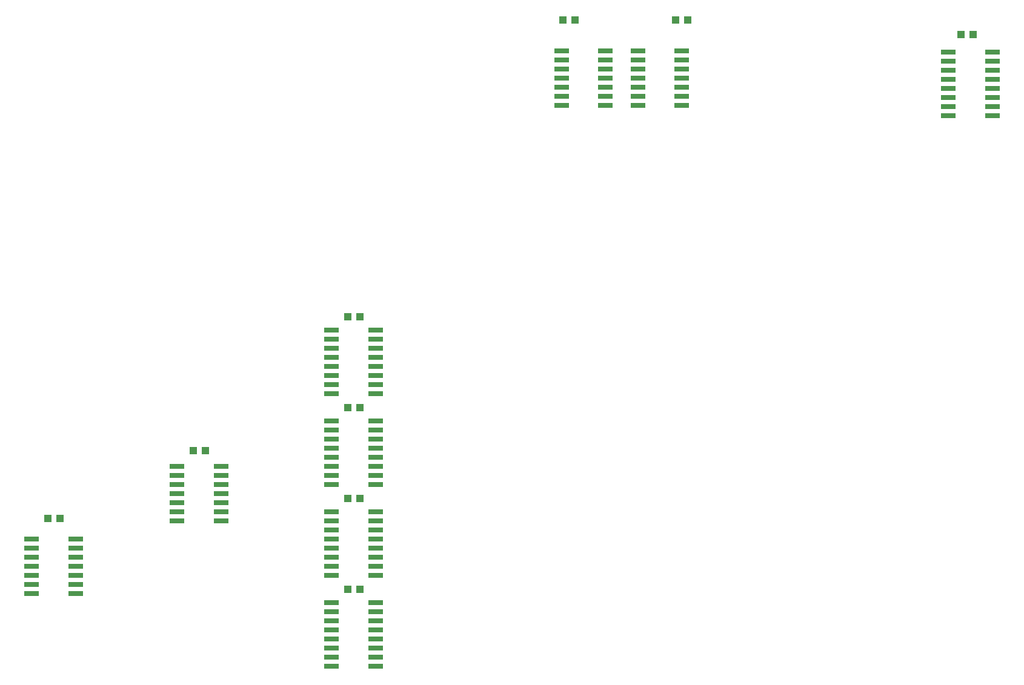
<source format=gtp>
%TF.GenerationSoftware,KiCad,Pcbnew,8.0.3*%
%TF.CreationDate,2024-06-16T17:33:32+02:00*%
%TF.ProjectId,csa_ultrabus_v2,6373615f-756c-4747-9261-6275735f7632,rev?*%
%TF.SameCoordinates,Original*%
%TF.FileFunction,Paste,Top*%
%TF.FilePolarity,Positive*%
%FSLAX46Y46*%
G04 Gerber Fmt 4.6, Leading zero omitted, Abs format (unit mm)*
G04 Created by KiCad (PCBNEW 8.0.3) date 2024-06-16 17:33:32*
%MOMM*%
%LPD*%
G01*
G04 APERTURE LIST*
%ADD10R,2.032000X0.660400*%
%ADD11R,1.100000X1.000000*%
G04 APERTURE END LIST*
D10*
X147689450Y-123372612D03*
X147689450Y-124642612D03*
X147689450Y-125912612D03*
X147689450Y-127182612D03*
X147689450Y-128452612D03*
X147689450Y-129722612D03*
X147689450Y-130992612D03*
X147689450Y-132262612D03*
X153836250Y-132262612D03*
X153836250Y-130992612D03*
X153836250Y-129722612D03*
X153836250Y-128452612D03*
X153836250Y-127182612D03*
X153836250Y-125912612D03*
X153836250Y-124642612D03*
X153836250Y-123372612D03*
X233892725Y-59102625D03*
X233892725Y-60372625D03*
X233892725Y-61642625D03*
X233892725Y-62912625D03*
X233892725Y-64182625D03*
X233892725Y-65452625D03*
X233892725Y-66722625D03*
X233892725Y-67992625D03*
X240039525Y-67992625D03*
X240039525Y-66722625D03*
X240039525Y-65452625D03*
X240039525Y-64182625D03*
X240039525Y-62912625D03*
X240039525Y-61642625D03*
X240039525Y-60372625D03*
X240039525Y-59102625D03*
D11*
X181698000Y-54610000D03*
X179998000Y-54610000D03*
D10*
X147689450Y-110672612D03*
X147689450Y-111942612D03*
X147689450Y-113212612D03*
X147689450Y-114482612D03*
X147689450Y-115752612D03*
X147689450Y-117022612D03*
X147689450Y-118292612D03*
X147689450Y-119562612D03*
X153836250Y-119562612D03*
X153836250Y-118292612D03*
X153836250Y-117022612D03*
X153836250Y-115752612D03*
X153836250Y-114482612D03*
X153836250Y-113212612D03*
X153836250Y-111942612D03*
X153836250Y-110672612D03*
D11*
X151612850Y-121467612D03*
X149912850Y-121467612D03*
X151612850Y-108767612D03*
X149912850Y-108767612D03*
D10*
X126099450Y-117022612D03*
X126099450Y-118292612D03*
X126099450Y-119562612D03*
X126099450Y-120832612D03*
X126099450Y-122102612D03*
X126099450Y-123372612D03*
X126099450Y-124642612D03*
X132246250Y-124642612D03*
X132246250Y-123372612D03*
X132246250Y-122102612D03*
X132246250Y-120832612D03*
X132246250Y-119562612D03*
X132246250Y-118292612D03*
X132246250Y-117022612D03*
X147689450Y-97972612D03*
X147689450Y-99242612D03*
X147689450Y-100512612D03*
X147689450Y-101782612D03*
X147689450Y-103052612D03*
X147689450Y-104322612D03*
X147689450Y-105592612D03*
X147689450Y-106862612D03*
X153836250Y-106862612D03*
X153836250Y-105592612D03*
X153836250Y-104322612D03*
X153836250Y-103052612D03*
X153836250Y-101782612D03*
X153836250Y-100512612D03*
X153836250Y-99242612D03*
X153836250Y-97972612D03*
X190474600Y-58928000D03*
X190474600Y-60198000D03*
X190474600Y-61468000D03*
X190474600Y-62738000D03*
X190474600Y-64008000D03*
X190474600Y-65278000D03*
X190474600Y-66548000D03*
X196621400Y-66548000D03*
X196621400Y-65278000D03*
X196621400Y-64008000D03*
X196621400Y-62738000D03*
X196621400Y-61468000D03*
X196621400Y-60198000D03*
X196621400Y-58928000D03*
D11*
X109702850Y-124325112D03*
X108002850Y-124325112D03*
D10*
X179806600Y-58928000D03*
X179806600Y-60198000D03*
X179806600Y-61468000D03*
X179806600Y-62738000D03*
X179806600Y-64008000D03*
X179806600Y-65278000D03*
X179806600Y-66548000D03*
X185953400Y-66548000D03*
X185953400Y-65278000D03*
X185953400Y-64008000D03*
X185953400Y-62738000D03*
X185953400Y-61468000D03*
X185953400Y-60198000D03*
X185953400Y-58928000D03*
D11*
X197446000Y-54610000D03*
X195746000Y-54610000D03*
D10*
X147689450Y-136072612D03*
X147689450Y-137342612D03*
X147689450Y-138612612D03*
X147689450Y-139882612D03*
X147689450Y-141152612D03*
X147689450Y-142422612D03*
X147689450Y-143692612D03*
X147689450Y-144962612D03*
X153836250Y-144962612D03*
X153836250Y-143692612D03*
X153836250Y-142422612D03*
X153836250Y-141152612D03*
X153836250Y-139882612D03*
X153836250Y-138612612D03*
X153836250Y-137342612D03*
X153836250Y-136072612D03*
D11*
X130022850Y-114800112D03*
X128322850Y-114800112D03*
X151612850Y-96067612D03*
X149912850Y-96067612D03*
X235639875Y-56642000D03*
X237339875Y-56642000D03*
X151612850Y-134167612D03*
X149912850Y-134167612D03*
D10*
X105779450Y-127182612D03*
X105779450Y-128452612D03*
X105779450Y-129722612D03*
X105779450Y-130992612D03*
X105779450Y-132262612D03*
X105779450Y-133532612D03*
X105779450Y-134802612D03*
X111926250Y-134802612D03*
X111926250Y-133532612D03*
X111926250Y-132262612D03*
X111926250Y-130992612D03*
X111926250Y-129722612D03*
X111926250Y-128452612D03*
X111926250Y-127182612D03*
M02*

</source>
